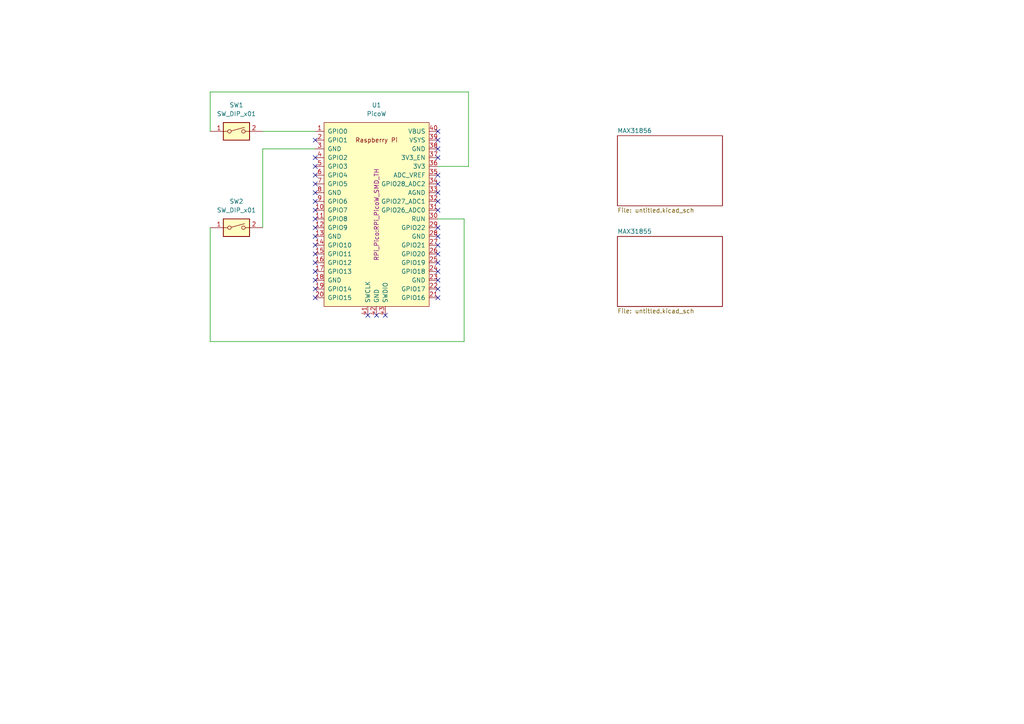
<source format=kicad_sch>
(kicad_sch (version 20230121) (generator eeschema)
  (paper "A4")
  (lib_symbols
    (symbol "RPi_Pico:PicoW" (pin_names (offset 1.016))
      (property "Reference" "U1" (at 0 31.75 0))
      (property "Value" "PicoW" (at 0 29.21 0))
      (property "Footprint" "RPi_Pico:RPi_PicoW_SMD_TH" (at 0 0 90))
      (symbol "PicoW_0_0"
        (text "Raspberry Pi" (at 0 21.59 0) (effects (font (size 1.27 1.27))))
      )
      (symbol "PicoW_0_1"
        (rectangle (start -15.24 26.67) (end 15.24 -26.67) (fill (type background)))
      )
      (symbol "PicoW_1_1"
        (pin bidirectional line (at -17.78 24.13 0) (length 2.54) (name "GPIO0") (number "1"))
        (pin bidirectional line (at -17.78 1.27 0) (length 2.54) (name "GPIO7") (number "10"))
        (pin bidirectional line (at -17.78 -1.27 0) (length 2.54) (name "GPIO8") (number "11"))
        (pin bidirectional line (at -17.78 -3.81 0) (length 2.54) (name "GPIO9") (number "12"))
        (pin power_in line (at -17.78 -6.35 0) (length 2.54) (name "GND") (number "13"))
        (pin bidirectional line (at -17.78 -8.89 0) (length 2.54) (name "GPIO10") (number "14"))
        (pin bidirectional line (at -17.78 -11.43 0) (length 2.54) (name "GPIO11") (number "15"))
        (pin bidirectional line (at -17.78 -13.97 0) (length 2.54) (name "GPIO12") (number "16"))
        (pin bidirectional line (at -17.78 -16.51 0) (length 2.54) (name "GPIO13") (number "17"))
        (pin power_in line (at -17.78 -19.05 0) (length 2.54) (name "GND") (number "18"))
        (pin bidirectional line (at -17.78 -21.59 0) (length 2.54) (name "GPIO14") (number "19"))
        (pin bidirectional line (at -17.78 21.59 0) (length 2.54) (name "GPIO1") (number "2"))
        (pin bidirectional line (at -17.78 -24.13 0) (length 2.54) (name "GPIO15") (number "20"))
        (pin bidirectional line (at 17.78 -24.13 180) (length 2.54) (name "GPIO16") (number "21"))
        (pin bidirectional line (at 17.78 -21.59 180) (length 2.54) (name "GPIO17") (number "22"))
        (pin power_in line (at 17.78 -19.05 180) (length 2.54) (name "GND") (number "23"))
        (pin bidirectional line (at 17.78 -16.51 180) (length 2.54) (name "GPIO18") (number "24"))
        (pin bidirectional line (at 17.78 -13.97 180) (length 2.54) (name "GPIO19") (number "25"))
        (pin bidirectional line (at 17.78 -11.43 180) (length 2.54) (name "GPIO20") (number "26"))
        (pin bidirectional line (at 17.78 -8.89 180) (length 2.54) (name "GPIO21") (number "27"))
        (pin power_in line (at 17.78 -6.35 180) (length 2.54) (name "GND") (number "28"))
        (pin bidirectional line (at 17.78 -3.81 180) (length 2.54) (name "GPIO22") (number "29"))
        (pin power_in line (at -17.78 19.05 0) (length 2.54) (name "GND") (number "3"))
        (pin output line (at 17.78 -1.27 180) (length 2.54) (name "RUN") (number "30"))
        (pin bidirectional line (at 17.78 1.27 180) (length 2.54) (name "GPIO26_ADC0") (number "31"))
        (pin bidirectional line (at 17.78 3.81 180) (length 2.54) (name "GPIO27_ADC1") (number "32"))
        (pin power_in line (at 17.78 6.35 180) (length 2.54) (name "AGND") (number "33"))
        (pin bidirectional line (at 17.78 8.89 180) (length 2.54) (name "GPIO28_ADC2") (number "34"))
        (pin unspecified line (at 17.78 11.43 180) (length 2.54) (name "ADC_VREF") (number "35"))
        (pin output line (at 17.78 13.97 180) (length 2.54) (name "3V3") (number "36"))
        (pin input line (at 17.78 16.51 180) (length 2.54) (name "3V3_EN") (number "37"))
        (pin bidirectional line (at 17.78 19.05 180) (length 2.54) (name "GND") (number "38"))
        (pin unspecified line (at 17.78 21.59 180) (length 2.54) (name "VSYS") (number "39"))
        (pin bidirectional line (at -17.78 16.51 0) (length 2.54) (name "GPIO2") (number "4"))
        (pin unspecified line (at 17.78 24.13 180) (length 2.54) (name "VBUS") (number "40"))
        (pin input line (at -2.54 -29.21 90) (length 2.54) (name "SWCLK") (number "41"))
        (pin power_in line (at 0 -29.21 90) (length 2.54) (name "GND") (number "42"))
        (pin bidirectional line (at 2.54 -29.21 90) (length 2.54) (name "SWDIO") (number "43"))
        (pin bidirectional line (at -17.78 13.97 0) (length 2.54) (name "GPIO3") (number "5"))
        (pin bidirectional line (at -17.78 11.43 0) (length 2.54) (name "GPIO4") (number "6"))
        (pin bidirectional line (at -17.78 8.89 0) (length 2.54) (name "GPIO5") (number "7"))
        (pin power_in line (at -17.78 6.35 0) (length 2.54) (name "GND") (number "8"))
        (pin bidirectional line (at -17.78 3.81 0) (length 2.54) (name "GPIO6") (number "9"))
      )
    )
    (symbol "SW_DIP_x01_1" (pin_names (offset 0) hide)
      (property "Reference" "SW2" (at 0 7.62 0))
      (property "Value" "SW_DIP_x01" (at 0 5.08 0))
      (symbol "SW_DIP_x01_1_0_0"
        (circle (center -2.032 0) (radius 0.508))
        (polyline (pts (xy -1.524 0.127) (xy 2.3622 1.1684)))
        (circle (center 2.032 0) (radius 0.508))
      )
      (symbol "SW_DIP_x01_1_0_1"
        (rectangle (start -3.81 2.54) (end 3.81 -2.54) (stroke (width 0.254)) (fill (type background)))
      )
      (symbol "SW_DIP_x01_1_1_1"
        (pin input line (at -7.62 0 0) (length 5.08) (name "~") (number "1"))
        (pin output line (at 7.62 0 180) (length 5.08) (name "~") (number "2"))
      )
    )
    (symbol "Switch:SW_DIP_x01" (pin_names (offset 0) hide)
      (property "Reference" "SW1" (at 0 7.62 0))
      (property "Value" "SW_DIP_x01" (at 0 5.08 0))
      (symbol "SW_DIP_x01_0_0"
        (circle (center -2.032 0) (radius 0.508))
        (polyline (pts (xy -1.524 0.127) (xy 2.3622 1.1684)))
        (circle (center 2.032 0) (radius 0.508))
      )
      (symbol "SW_DIP_x01_0_1"
        (rectangle (start -3.81 2.54) (end 3.81 -2.54) (stroke (width 0.254)) (fill (type background)))
      )
      (symbol "SW_DIP_x01_1_1"
        (pin input line (at -7.62 0 0) (length 5.08) (name "~") (number "1"))
        (pin output line (at 7.62 0 180) (length 5.08) (name "~") (number "2"))
      )
    )
  )
  (no_connect (at 127 55.88))
  (no_connect (at 127 50.8))
  (no_connect (at 127 76.2))
  (no_connect (at 106.68 91.44))
  (no_connect (at 127 43.18))
  (no_connect (at 127 86.36))
  (no_connect (at 127 60.96))
  (no_connect (at 127 73.66))
  (no_connect (at 91.44 66.04))
  (no_connect (at 91.44 53.34))
  (no_connect (at 127 45.72))
  (no_connect (at 127 40.64))
  (no_connect (at 91.44 68.58))
  (no_connect (at 127 81.28))
  (no_connect (at 127 68.58))
  (no_connect (at 91.44 73.66))
  (no_connect (at 127 66.04))
  (no_connect (at 91.44 50.8))
  (no_connect (at 127 53.34))
  (no_connect (at 91.44 76.2))
  (no_connect (at 127 71.12))
  (no_connect (at 127 78.74))
  (no_connect (at 91.44 63.5))
  (no_connect (at 91.44 78.74))
  (no_connect (at 91.44 86.36))
  (no_connect (at 127 58.42))
  (no_connect (at 109.22 91.44))
  (no_connect (at 127 38.1))
  (no_connect (at 91.44 40.64))
  (no_connect (at 91.44 71.12))
  (no_connect (at 111.76 91.44))
  (no_connect (at 91.44 45.72))
  (no_connect (at 127 83.82))
  (no_connect (at 91.44 60.96))
  (no_connect (at 91.44 83.82))
  (no_connect (at 91.44 58.42))
  (no_connect (at 91.44 81.28))
  (no_connect (at 91.44 55.88))
  (no_connect (at 91.44 48.26))
  (wire (pts (xy 91.44 38.1) (xy 76.2 38.1)))
  (wire (pts (xy 135.89 26.67) (xy 135.89 48.26)))
  (wire (pts (xy 91.44 43.18) (xy 76.2 43.18)))
  (wire (pts (xy 76.2 43.18) (xy 76.2 66.04)))
  (wire (pts (xy 60.96 26.67) (xy 135.89 26.67)))
  (wire (pts (xy 134.62 63.5) (xy 127 63.5)))
  (wire (pts (xy 60.96 38.1) (xy 60.96 26.67)))
  (wire (pts (xy 60.96 99.06) (xy 134.62 99.06)))
  (wire (pts (xy 135.89 48.26) (xy 127 48.26)))
  (wire (pts (xy 134.62 99.06) (xy 134.62 63.5)))
  (wire (pts (xy 60.96 66.04) (xy 60.96 99.06)))
  (symbol (lib_id "Switch:SW_DIP_x01") (at 68.58 38.1 0) (unit 1)
    (property "Reference" "SW1" (at 68.58 30.48 0))
    (property "Value" "SW_DIP_x01" (at 68.58 33.02 0))
  )
  (symbol (lib_id "RPi_Pico:PicoW") (at 109.22 62.23 0) (unit 1)
    (property "Reference" "U1" (at 109.22 30.48 0))
    (property "Value" "PicoW" (at 109.22 33.02 0))
    (property "Footprint" "RPi_Pico:RPi_PicoW_SMD_TH" (at 109.22 62.23 90))
  )
  (symbol (lib_name "SW_DIP_x01_1") (lib_id "Switch:SW_DIP_x01") (at 68.58 66.04 0) (unit 1)
    (property "Reference" "SW2" (at 68.58 58.42 0))
    (property "Value" "SW_DIP_x01" (at 68.58 60.96 0))
  )
  (sheet (at 179.07 39.37) (size 30.48 20.32) (stroke (width 0.1524))
    (property "Sheetname" "MAX31856" (at 179.07 38.6584 0) (effects (justify left bottom)))
    (property "Sheetfile" "untitled.kicad_sch" (at 179.07 60.2746 0) (effects (justify left top)))
  )
  (sheet (at 179.07 68.58) (size 30.48 20.32) (stroke (width 0.1524))
    (property "Sheetname" "MAX31855" (at 179.07 67.8684 0) (effects (justify left bottom)))
    (property "Sheetfile" "untitled.kicad_sch" (at 179.07 89.4846 0) (effects (justify left top)))
  )
)
</source>
